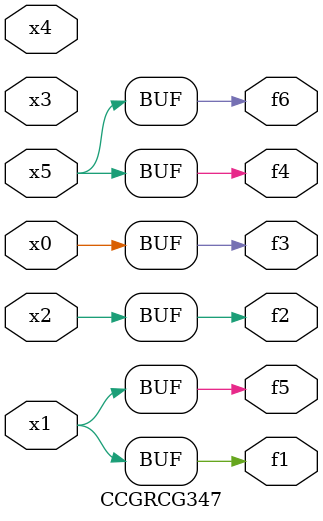
<source format=v>
module CCGRCG347(
	input x0, x1, x2, x3, x4, x5,
	output f1, f2, f3, f4, f5, f6
);
	assign f1 = x1;
	assign f2 = x2;
	assign f3 = x0;
	assign f4 = x5;
	assign f5 = x1;
	assign f6 = x5;
endmodule

</source>
